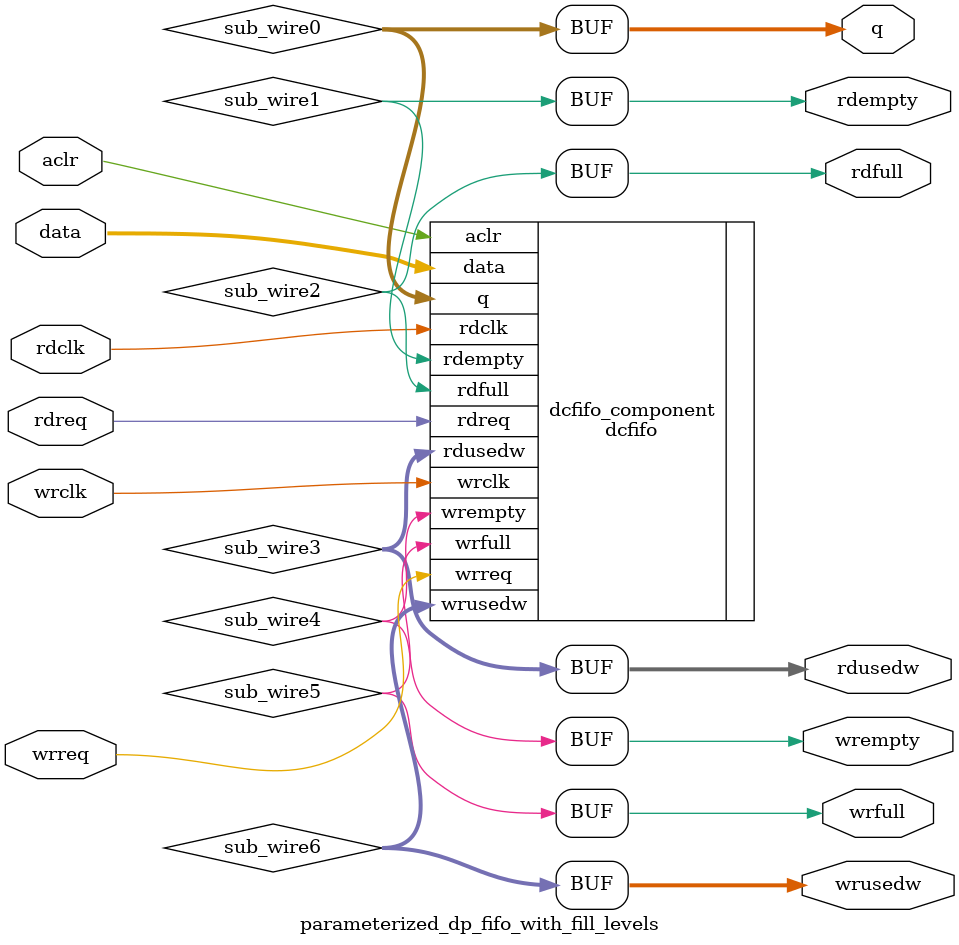
<source format=v>

`timescale 1 ps / 1 ps
// synopsys translate_on
module parameterized_dp_fifo_with_fill_levels
#(
 parameter device_family = "Arria V",
 parameter num_locations  = 256,
 parameter num_data_bits = 128,
 parameter num_usedw_bits = $clog2(num_locations)
)
 (
	aclr,
	data,
	rdclk,
	rdreq,
	wrclk,
	wrreq,
	q,
	rdempty,
	rdfull,
	rdusedw,
	wrempty,
	wrfull,
	wrusedw);

	input	  aclr;
	input	[num_data_bits-1:0]  data;
	input	  rdclk;
	input	  rdreq;
	input	  wrclk;
	input	  wrreq;
	output	[num_data_bits-1:0]  q;
	output	  rdempty;
	output	  rdfull;
	output	[num_usedw_bits-1:0]  rdusedw;
	output	  wrempty;
	output	  wrfull;
	output	[num_usedw_bits-1:0]  wrusedw;
`ifndef ALTERA_RESERVED_QIS
// synopsys translate_off
`endif
	tri0	  aclr;
`ifndef ALTERA_RESERVED_QIS
// synopsys translate_on
`endif

	wire [num_data_bits-1:0] sub_wire0;
	wire  sub_wire1;
	wire  sub_wire2;
	wire [num_usedw_bits-1:0] sub_wire3;
	wire  sub_wire4;
	wire  sub_wire5;
	wire [num_usedw_bits-1:0] sub_wire6;
	wire [num_data_bits-1:0] q = sub_wire0[num_data_bits-1:0];
	wire  rdempty = sub_wire1;
	wire  rdfull = sub_wire2;
	wire [num_usedw_bits-1:0] rdusedw = sub_wire3[num_usedw_bits-1:0];
	wire  wrempty = sub_wire4;
	wire  wrfull = sub_wire5;
	wire [num_usedw_bits-1:0] wrusedw = sub_wire6[num_usedw_bits-1:0];

	dcfifo	dcfifo_component (
				.aclr (aclr),
				.data (data),
				.rdclk (rdclk),
				.rdreq (rdreq),
				.wrclk (wrclk),
				.wrreq (wrreq),
				.q (sub_wire0),
				.rdempty (sub_wire1),
				.rdfull (sub_wire2),
				.rdusedw (sub_wire3),
				.wrempty (sub_wire4),
				.wrfull (sub_wire5),
				.wrusedw (sub_wire6));
	defparam
		dcfifo_component.intended_device_family = "Stratix IV",
		dcfifo_component.lpm_numwords = num_locations,
		dcfifo_component.lpm_showahead = "OFF",
		dcfifo_component.lpm_type = "dcfifo",
		dcfifo_component.lpm_width = num_data_bits,
		dcfifo_component.lpm_widthu = num_usedw_bits,
		dcfifo_component.overflow_checking = "ON",
		dcfifo_component.rdsync_delaypipe = 5,
		dcfifo_component.read_aclr_synch = "ON",
		dcfifo_component.underflow_checking = "ON",
		dcfifo_component.use_eab = "ON",
		dcfifo_component.write_aclr_synch = "ON",
		dcfifo_component.wrsync_delaypipe = 5;


endmodule

</source>
